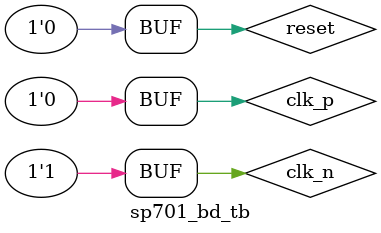
<source format=v>
`timescale 1ns / 1ps

module sp701_bd_tb;

    reg clk_p, clk_n, reset;
    
    always begin
        clk_p = 1; clk_n = 0; #5;
        clk_p = 0; clk_n = 1; #5;
    end
    
    always begin
        reset = 1; #40;
        reset = 0; #1000000000;
    end
       
    sp701_bd sp701_bd_i (
        .reset(reset),
        .sys_diff_clock_clk_n(clk_p),
        .sys_diff_clock_clk_p(clk_n)
    );

endmodule
</source>
